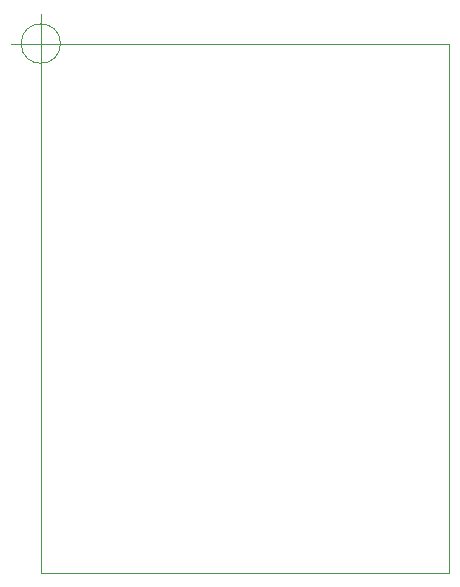
<source format=gm1>
G04 #@! TF.GenerationSoftware,KiCad,Pcbnew,5.1.8+dfsg1-1~bpo10+1*
G04 #@! TF.CreationDate,2020-11-28T00:35:18+08:00*
G04 #@! TF.ProjectId,stm32-io-extend,73746d33-322d-4696-9f2d-657874656e64,rev?*
G04 #@! TF.SameCoordinates,Original*
G04 #@! TF.FileFunction,Profile,NP*
%FSLAX46Y46*%
G04 Gerber Fmt 4.6, Leading zero omitted, Abs format (unit mm)*
G04 Created by KiCad (PCBNEW 5.1.8+dfsg1-1~bpo10+1) date 2020-11-28 00:35:18*
%MOMM*%
%LPD*%
G01*
G04 APERTURE LIST*
G04 #@! TA.AperFunction,Profile*
%ADD10C,0.050000*%
G04 #@! TD*
G04 APERTURE END LIST*
D10*
X80466666Y-56000000D02*
G75*
G03*
X80466666Y-56000000I-1666666J0D01*
G01*
X76300000Y-56000000D02*
X81300000Y-56000000D01*
X78800000Y-53500000D02*
X78800000Y-58500000D01*
X78800000Y-56000000D02*
X78800000Y-100800000D01*
X113350000Y-56000000D02*
X113350000Y-100800000D01*
X113350000Y-100800000D02*
X78800000Y-100800000D01*
X78800000Y-56000000D02*
X113350000Y-56000000D01*
M02*

</source>
